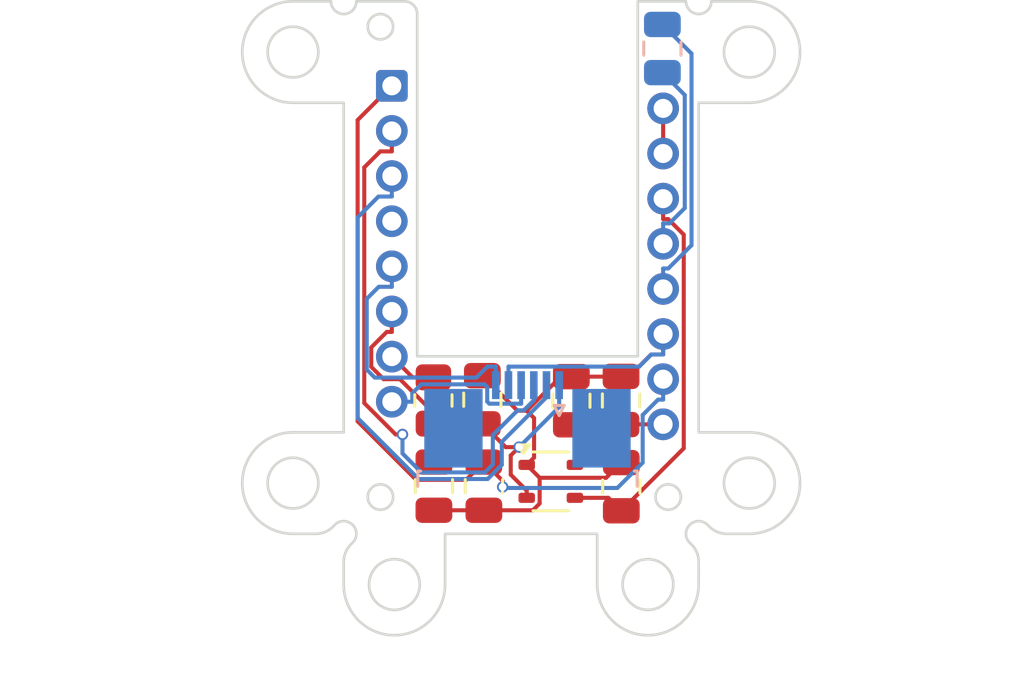
<source format=kicad_pcb>
(kicad_pcb (version 20240108) (generator "pcbnew") (generator_version "8.0")
  (layers (0 "F.Cu" signal) (31 "B.Cu" signal) (34 "B.Paste" user) (35 "F.Paste" user) (36 "B.SilkS" user "B.Silkscreen") (37 "F.SilkS" user "F.Silkscreen") (38 "B.Mask" user) (39 "F.Mask" user) (44 "Edge.Cuts" user))
  (net 0 "")
  (net 1 "VCC_3.3V")
  (net 2 "GND")
  (net 3 "VCC_1.8V")
  (net 4 "Net-(U1-VCP)")
  (net 5 "Net-(U1-CN)")
  (net 6 "Net-(U1-CP)")
  (net 7 "Net-(U1-+VCSEL)")
  (net 8 "Net-(U1-NRESET)")
  (net 9 "NCS")
  (net 10 "SDIO")
  (net 11 "SCK")
  (net 12 "Net-(U1--VCSEL)")
  (net 13 "MOTION")
  (footprint "Capacitor_SMD:C_0805_2012Metric" (layer "F.Cu") (at 42.47 37.94 90)
    (property "Reference" "C8" (hide yes))
    (property "Value" "0.1uF")
  )
  (footprint "Capacitor_SMD:C_0805_2012Metric" (layer "F.Cu") (at 42.53 41.35 -90)
    (property "Reference" "C6" (hide yes))
    (property "Value" "10nF")
  )
  (footprint "0_pmw3610-breakout:PMW3610DM-SUDU 16Pin" (layer "F.Cu") (at 44.25 31.728 90)
    (property "Reference" "U1" (hide yes))
    (property "Value" "PMW3610")
  )
  (footprint "Package_TO_SOT_SMD:SOT-343_SC-70-4" (layer "F.Cu") (at 45.17 41.16)
    (property "Reference" "U2" (hide yes))
    (property "Value" "NCP563SQ18T1G")
  )
  (footprint "Capacitor_SMD:C_0805_2012Metric" (layer "F.Cu") (at 47.94 37.97 90)
    (property "Reference" "C4" (hide yes))
    (property "Value" "10nF")
  )
  (footprint "Capacitor_SMD:C_0805_2012Metric" (layer "F.Cu") (at 40.56 41.35 -90)
    (property "Reference" "C1" (hide yes))
    (property "Value" "1uF")
  )
  (footprint "Capacitor_SMD:C_0805_2012Metric" (layer "F.Cu") (at 47.95 41.37 90)
    (property "Reference" "C2" (hide yes))
    (property "Value" "0.1uF")
  )
  (footprint "Capacitor_SMD:C_0805_2012Metric" (layer "F.Cu") (at 45.98 37.98 90)
    (property "Reference" "C3" (hide yes))
    (property "Value" "10uF")
  )
  (footprint "Resistor_SMD:R_0805_2012Metric" (layer "F.Cu") (at 40.54 37.97 -90)
    (property "Reference" "R1" (hide yes))
    (property "Value" "10kΩ")
  )
  (footprint "Capacitor_SMD:C_0805_2012Metric" (layer "B.Cu") (at 49.57 24.09 -90)
    (property "Reference" "C5" (hide yes))
    (property "Value" "0.1uF")
  )
  (footprint "Connector_FFC-FPC:TE_0-1734839-6_1x06-1MP_P0.5mm_Horizontal" (layer "B.Cu") (at 44.25 38.715 180)
    (property "Reference" "J1" (hide yes))
    (property "Value" "Conn_01x06_Pin")
  )
  (gr_poly (pts (xy 39.052443 44.229845) (xy 39.103228 44.233707) (xy 39.153275 44.240067) (xy 39.20252 44.248861) (xy 39.250901 44.260028) (xy 39.298355 44.273503) (xy 39.34482 44.289225) (xy 39.390231 44.307131) (xy 39.434528 44.327157) (xy 39.477646 44.349241) (xy 39.519523 44.373321) (xy 39.560097 44.399332) (xy 39.599303 44.427213) (xy 39.63708 44.4569) (xy 39.673365 44.488331) (xy 39.708094 44.521442) (xy 39.741205 44.556172) (xy 39.772636 44.592457) (xy 39.802323 44.630234) (xy 39.830203 44.669441) (xy 39.856214 44.710014) (xy 39.880293 44.751891) (xy 39.902376 44.79501) (xy 39.922402 44.839306) (xy 39.940307 44.884717) (xy 39.956029 44.931181) (xy 39.969504 44.978635) (xy 39.98067 45.027015) (xy 39.989464 45.07626) (xy 39.995824 45.126305) (xy 39.999685 45.177089) (xy 40.000987 45.228548) (xy 39.999685 45.280009) (xy 39.995824 45.330793) (xy 39.989464 45.38084) (xy 39.98067 45.430085) (xy 39.969504 45.478466) (xy 39.956029 45.52592) (xy 39.940307 45.572385) (xy 39.922402 45.617797) (xy 39.902376 45.662093) (xy 39.880293 45.705212) (xy 39.856214 45.747089) (xy 39.830203 45.787662) (xy 39.802323 45.826868) (xy 39.772636 45.864645) (xy 39.741205 45.90093) (xy 39.708094 45.935659) (xy 39.673365 45.968771) (xy 39.63708 46.000201) (xy 39.599303 46.029888) (xy 39.560097 46.057768) (xy 39.519523 46.083779) (xy 39.477646 46.107858) (xy 39.434528 46.129942) (xy 39.390231 46.149967) (xy 39.34482 46.167872) (xy 39.298355 46.183594) (xy 39.250901 46.197069) (xy 39.20252 46.208236) (xy 39.153275 46.21703) (xy 39.103228 46.223389) (xy 39.052443 46.227251) (xy 39.000983 46.228552) (xy 38.949523 46.227251) (xy 38.898739 46.223389) (xy 38.848693 46.21703) (xy 38.799448 46.208236) (xy 38.751067 46.197069) (xy 38.703613 46.183594) (xy 38.657149 46.167872) (xy 38.611738 46.149967) (xy 38.567441 46.129942) (xy 38.524323 46.107858) (xy 38.482446 46.083779) (xy 38.441873 46.057768) (xy 38.402666 46.029888) (xy 38.364889 46.000201) (xy 38.328604 45.968771) (xy 38.293875 45.935659) (xy 38.260763 45.90093) (xy 38.229332 45.864645) (xy 38.199645 45.826868) (xy 38.171765 45.787662) (xy 38.145754 45.747089) (xy 38.121675 45.705212) (xy 38.099591 45.662093) (xy 38.079565 45.617797) (xy 38.06166 45.572385) (xy 38.045938 45.52592) (xy 38.032462 45.478466) (xy 38.021296 45.430085) (xy 38.012502 45.38084) (xy 38.006142 45.330793) (xy 38.002281 45.280009) (xy 38.000979 45.228548) (xy 38.002281 45.177089) (xy 38.006142 45.126305) (xy 38.012502 45.07626) (xy 38.021296 45.027015) (xy 38.032462 44.978635) (xy 38.045938 44.931181) (xy 38.06166 44.884717) (xy 38.079565 44.839306) (xy 38.099591 44.79501) (xy 38.121675 44.751891) (xy 38.145754 44.710014) (xy 38.171765 44.669441) (xy 38.199645 44.630234) (xy 38.229332 44.592457) (xy 38.260763 44.556172) (xy 38.293875 44.521442) (xy 38.328604 44.488331) (xy 38.364889 44.4569) (xy 38.402666 44.427213) (xy 38.441873 44.399332) (xy 38.482446 44.373321) (xy 38.524323 44.349241) (xy 38.567441 44.327157) (xy 38.611738 44.307131) (xy 38.657149 44.289225) (xy 38.703613 44.273503) (xy 38.751067 44.260028) (xy 38.799448 44.248861) (xy 38.848693 44.240067) (xy 38.898739 44.233707) (xy 38.949523 44.229845) (xy 39.000983 44.228544)) (stroke (width 0.105641) (color 0 0 255 1)) (fill none) (layer "Edge.Cuts"))
  (gr_poly (pts (xy 53.051161 40.229872) (xy 53.101945 40.233734) (xy 53.151992 40.240093) (xy 53.201237 40.248888) (xy 53.249618 40.260054) (xy 53.297072 40.273529) (xy 53.343537 40.289251) (xy 53.388949 40.307157) (xy 53.433245 40.327183) (xy 53.476363 40.349267) (xy 53.518241 40.373345) (xy 53.558814 40.399357) (xy 53.59802 40.427237) (xy 53.635797 40.456924) (xy 53.672082 40.488355) (xy 53.706811 40.521466) (xy 53.739923 40.556196) (xy 53.771353 40.592481) (xy 53.80104 40.630258) (xy 53.82892 40.669464) (xy 53.854931 40.710038) (xy 53.87901 40.751915) (xy 53.901094 40.795033) (xy 53.921119 40.839329) (xy 53.939024 40.884741) (xy 53.954746 40.931205) (xy 53.968221 40.978659) (xy 53.979388 41.02704) (xy 53.988182 41.076285) (xy 53.994541 41.126331) (xy 53.998403 41.177115) (xy 53.999704 41.228575) (xy 53.998403 41.280035) (xy 53.994541 41.330819) (xy 53.988182 41.380865) (xy 53.979388 41.43011) (xy 53.968221 41.47849) (xy 53.954746 41.525944) (xy 53.939024 41.572409) (xy 53.921119 41.61782) (xy 53.901094 41.662117) (xy 53.87901 41.705235) (xy 53.854931 41.747112) (xy 53.82892 41.787685) (xy 53.80104 41.826892) (xy 53.771353 41.864669) (xy 53.739923 41.900954) (xy 53.706811 41.935683) (xy 53.672082 41.968795) (xy 53.635797 42.000226) (xy 53.59802 42.029912) (xy 53.558814 42.057793) (xy 53.518241 42.083804) (xy 53.476363 42.107883) (xy 53.433245 42.129967) (xy 53.388949 42.149993) (xy 53.343537 42.167898) (xy 53.297072 42.18362) (xy 53.249618 42.197096) (xy 53.201237 42.208262) (xy 53.151992 42.217056) (xy 53.101945 42.223416) (xy 53.051161 42.227277) (xy 52.9997 42.228579) (xy 52.94824 42.227277) (xy 52.897455 42.223416) (xy 52.847408 42.217056) (xy 52.798163 42.208262) (xy 52.749782 42.197096) (xy 52.702328 42.18362) (xy 52.655863 42.167898) (xy 52.610451 42.149993) (xy 52.566155 42.129967) (xy 52.523037 42.107883) (xy 52.481159 42.083804) (xy 52.440586 42.057793) (xy 52.40138 42.029912) (xy 52.363603 42.000226) (xy 52.327318 41.968795) (xy 52.292589 41.935683) (xy 52.259477 41.900954) (xy 52.228047 41.864669) (xy 52.19836 41.826892) (xy 52.17048 41.787685) (xy 52.144469 41.747112) (xy 52.12039 41.705235) (xy 52.098307 41.662117) (xy 52.078281 41.61782) (xy 52.060376 41.572409) (xy 52.044654 41.525944) (xy 52.031179 41.47849) (xy 52.020013 41.43011) (xy 52.011218 41.380865) (xy 52.004859 41.330819) (xy 52.000997 41.280035) (xy 51.999696 41.228575) (xy 52.000997 41.177115) (xy 52.004859 41.126331) (xy 52.011218 41.076285) (xy 52.020013 41.02704) (xy 52.031179 40.978659) (xy 52.044654 40.931205) (xy 52.060376 40.884741) (xy 52.078281 40.839329) (xy 52.098307 40.795033) (xy 52.12039 40.751915) (xy 52.144469 40.710038) (xy 52.17048 40.669464) (xy 52.19836 40.630258) (xy 52.228047 40.592481) (xy 52.259477 40.556196) (xy 52.292589 40.521466) (xy 52.327318 40.488355) (xy 52.363603 40.456924) (xy 52.40138 40.427237) (xy 52.440586 40.399357) (xy 52.481159 40.373345) (xy 52.523037 40.349267) (xy 52.566155 40.327183) (xy 52.610451 40.307157) (xy 52.655863 40.289251) (xy 52.702328 40.273529) (xy 52.749782 40.260054) (xy 52.798163 40.248888) (xy 52.847408 40.240093) (xy 52.897455 40.233734) (xy 52.94824 40.229872) (xy 52.9997 40.228571)) (stroke (width 0.105641) (color 0 0 255 1)) (fill none) (layer "Edge.Cuts"))
  (gr_poly (pts (xy 49.052576 44.229845) (xy 49.103361 44.233707) (xy 49.153407 44.240067) (xy 49.202652 44.248861) (xy 49.251034 44.260028) (xy 49.298488 44.273503) (xy 49.344952 44.289225) (xy 49.390364 44.307131) (xy 49.434661 44.327157) (xy 49.477779 44.349241) (xy 49.519656 44.373321) (xy 49.560229 44.399332) (xy 49.599436 44.427213) (xy 49.637213 44.4569) (xy 49.673497 44.488331) (xy 49.708227 44.521442) (xy 49.741338 44.556172) (xy 49.772768 44.592457) (xy 49.802455 44.630234) (xy 49.830336 44.669441) (xy 49.856346 44.710014) (xy 49.880425 44.751891) (xy 49.902509 44.79501) (xy 49.922535 44.839306) (xy 49.94044 44.884717) (xy 49.956161 44.931181) (xy 49.969637 44.978635) (xy 49.980803 45.027015) (xy 49.989597 45.07626) (xy 49.995956 45.126305) (xy 49.999818 45.177089) (xy 50.001119 45.228548) (xy 49.999818 45.280009) (xy 49.995956 45.330793) (xy 49.989597 45.38084) (xy 49.980803 45.430085) (xy 49.969637 45.478466) (xy 49.956161 45.52592) (xy 49.94044 45.572385) (xy 49.922535 45.617797) (xy 49.902509 45.662093) (xy 49.880425 45.705212) (xy 49.856346 45.747089) (xy 49.830336 45.787662) (xy 49.802455 45.826868) (xy 49.772768 45.864645) (xy 49.741338 45.90093) (xy 49.708227 45.935659) (xy 49.673497 45.968771) (xy 49.637213 46.000201) (xy 49.599436 46.029888) (xy 49.560229 46.057768) (xy 49.519656 46.083779) (xy 49.477779 46.107858) (xy 49.434661 46.129942) (xy 49.390364 46.149967) (xy 49.344952 46.167872) (xy 49.298488 46.183594) (xy 49.251034 46.197069) (xy 49.202652 46.208236) (xy 49.153407 46.21703) (xy 49.103361 46.223389) (xy 49.052576 46.227251) (xy 49.001115 46.228552) (xy 48.949655 46.227251) (xy 48.898871 46.223389) (xy 48.848825 46.21703) (xy 48.79958 46.208236) (xy 48.7512 46.197069) (xy 48.703746 46.183594) (xy 48.657282 46.167872) (xy 48.61187 46.149967) (xy 48.567573 46.129942) (xy 48.524455 46.107858) (xy 48.482578 46.083779) (xy 48.442005 46.057768) (xy 48.402798 46.029888) (xy 48.365021 46.000201) (xy 48.328736 45.968771) (xy 48.294007 45.935659) (xy 48.260895 45.90093) (xy 48.229465 45.864645) (xy 48.199778 45.826868) (xy 48.171897 45.787662) (xy 48.145886 45.747089) (xy 48.121807 45.705212) (xy 48.099723 45.662093) (xy 48.079697 45.617797) (xy 48.061792 45.572385) (xy 48.04607 45.52592) (xy 48.032594 45.478466) (xy 48.021428 45.430085) (xy 48.012634 45.38084) (xy 48.006274 45.330793) (xy 48.002413 45.280009) (xy 48.001112 45.228548) (xy 48.002413 45.177089) (xy 48.006274 45.126305) (xy 48.012634 45.07626) (xy 48.021428 45.027015) (xy 48.032594 44.978635) (xy 48.04607 44.931181) (xy 48.061792 44.884717) (xy 48.079697 44.839306) (xy 48.099723 44.79501) (xy 48.121807 44.751891) (xy 48.145886 44.710014) (xy 48.171897 44.669441) (xy 48.199778 44.630234) (xy 48.229465 44.592457) (xy 48.260895 44.556172) (xy 48.294007 44.521442) (xy 48.328736 44.488331) (xy 48.365021 44.4569) (xy 48.402798 44.427213) (xy 48.442005 44.399332) (xy 48.482578 44.373321) (xy 48.524455 44.349241) (xy 48.567573 44.327157) (xy 48.61187 44.307131) (xy 48.657282 44.289225) (xy 48.703746 44.273503) (xy 48.7512 44.260028) (xy 48.79958 44.248861) (xy 48.848825 44.240067) (xy 48.898871 44.233707) (xy 48.949655 44.229845) (xy 49.001115 44.228544)) (stroke (width 0.105641) (color 0 0 255 1)) (fill none) (layer "Edge.Cuts"))
  (gr_poly (pts (xy 49.826037 41.279137) (xy 49.851429 41.281068) (xy 49.876451 41.284247) (xy 49.901074 41.288645) (xy 49.925264 41.294228) (xy 49.94899 41.300965) (xy 49.972222 41.308826) (xy 49.994928 41.317779) (xy 50.017076 41.327792) (xy 50.038635 41.338834) (xy 50.059574 41.350874) (xy 50.07986 41.363879) (xy 50.099464 41.377819) (xy 50.118352 41.392663) (xy 50.136495 41.408378) (xy 50.15386 41.424934) (xy 50.170416 41.442299) (xy 50.186131 41.460441) (xy 50.200975 41.47933) (xy 50.214915 41.498933) (xy 50.227921 41.51922) (xy 50.239961 41.540158) (xy 50.251003 41.561717) (xy 50.261016 41.583865) (xy 50.269969 41.606571) (xy 50.27783 41.629803) (xy 50.284568 41.65353) (xy 50.290151 41.677721) (xy 50.294548 41.702343) (xy 50.297728 41.727366) (xy 50.299659 41.752758) (xy 50.30031 41.778488) (xy 50.299659 41.804218) (xy 50.297728 41.82961) (xy 50.294548 41.854633) (xy 50.290151 41.879256) (xy 50.284568 41.903446) (xy 50.27783 41.927173) (xy 50.269969 41.950405) (xy 50.261016 41.973111) (xy 50.251003 41.995259) (xy 50.239961 42.016818) (xy 50.227921 42.037757) (xy 50.214915 42.058043) (xy 50.200975 42.077647) (xy 50.186131 42.096535) (xy 50.170416 42.114678) (xy 50.15386 42.132042) (xy 50.136495 42.148598) (xy 50.118352 42.164314) (xy 50.099464 42.179157) (xy 50.07986 42.193097) (xy 50.059574 42.206103) (xy 50.038635 42.218142) (xy 50.017076 42.229184) (xy 49.994928 42.239197) (xy 49.972222 42.24815) (xy 49.94899 42.256011) (xy 49.925264 42.262749) (xy 49.901074 42.268332) (xy 49.876451 42.272729) (xy 49.851429 42.275909) (xy 49.826037 42.27784) (xy 49.800308 42.27849) (xy 49.774577 42.27784) (xy 49.749185 42.275909) (xy 49.724162 42.272729) (xy 49.699539 42.268332) (xy 49.675349 42.262749) (xy 49.651622 42.256011) (xy 49.628389 42.24815) (xy 49.605683 42.239197) (xy 49.583535 42.229184) (xy 49.561976 42.218142) (xy 49.541037 42.206103) (xy 49.520751 42.193097) (xy 49.501148 42.179157) (xy 49.482259 42.164314) (xy 49.464117 42.148598) (xy 49.446752 42.132042) (xy 49.430196 42.114678) (xy 49.414481 42.096535) (xy 49.399638 42.077647) (xy 49.385698 42.058043) (xy 49.372692 42.037757) (xy 49.360653 42.016818) (xy 49.349611 41.995259) (xy 49.339598 41.973111) (xy 49.330646 41.950405) (xy 49.322785 41.927173) (xy 49.316047 41.903446) (xy 49.310464 41.879256) (xy 49.306067 41.854633) (xy 49.302887 41.82961) (xy 49.300956 41.804218) (xy 49.300306 41.778488) (xy 49.300956 41.752758) (xy 49.302887 41.727366) (xy 49.306067 41.702343) (xy 49.310464 41.677721) (xy 49.316047 41.65353) (xy 49.322785 41.629803) (xy 49.330646 41.606571) (xy 49.339598 41.583865) (xy 49.349611 41.561717) (xy 49.360653 41.540158) (xy 49.372692 41.51922) (xy 49.385698 41.498933) (xy 49.399638 41.47933) (xy 49.414481 41.460441) (xy 49.430196 41.442299) (xy 49.446752 41.424934) (xy 49.464117 41.408378) (xy 49.482259 41.392663) (xy 49.501148 41.377819) (xy 49.520751 41.363879) (xy 49.541037 41.350874) (xy 49.561976 41.338834) (xy 49.583535 41.327792) (xy 49.605683 41.317779) (xy 49.628389 41.308826) (xy 49.651622 41.300965) (xy 49.675349 41.294228) (xy 49.699539 41.288645) (xy 49.724162 41.284247) (xy 49.749185 41.281068) (xy 49.774577 41.279137) (xy 49.800308 41.278486)) (stroke (width 0.105897) (color 0 0 255 1)) (fill none) (layer "Edge.Cuts"))
  (gr_poly (pts (xy 36.500938 22.253891) (xy 36.502868 22.279264) (xy 36.506047 22.304272) (xy 36.510443 22.328882) (xy 36.516025 22.353064) (xy 36.522761 22.376785) (xy 36.530619 22.400015) (xy 36.53957 22.422721) (xy 36.54958 22.444872) (xy 36.560619 22.466436) (xy 36.572656 22.487382) (xy 36.585658 22.507677) (xy 36.599595 22.527291) (xy 36.614435 22.546192) (xy 36.630147 22.564347) (xy 36.6467 22.581726) (xy 36.664061 22.598297) (xy 36.6822 22.614028) (xy 36.701085 22.628887) (xy 36.720685 22.642844) (xy 36.740968 22.655865) (xy 36.761903 22.667921) (xy 36.783459 22.678978) (xy 36.805604 22.689006) (xy 36.828307 22.697972) (xy 36.851536 22.705845) (xy 36.87526 22.712594) (xy 36.899448 22.718187) (xy 36.924069 22.722592) (xy 36.94909 22.725778) (xy 36.97448 22.727712) (xy 37.000209 22.728364) (xy 37.025937 22.727712) (xy 37.051328 22.725778) (xy 37.076349 22.722592) (xy 37.100969 22.718187) (xy 37.125157 22.712594) (xy 37.148882 22.705845) (xy 37.172111 22.697972) (xy 37.194814 22.689006) (xy 37.216959 22.678978) (xy 37.238515 22.667921) (xy 37.25945 22.655865) (xy 37.279733 22.642844) (xy 37.299333 22.628887) (xy 37.318218 22.614028) (xy 37.336357 22.598297) (xy 37.353718 22.581726) (xy 37.37027 22.564347) (xy 37.385982 22.546192) (xy 37.400822 22.527291) (xy 37.414759 22.507677) (xy 37.427762 22.487382) (xy 37.439798 22.466436) (xy 37.450837 22.444872) (xy 37.460848 22.422721) (xy 37.469798 22.400015) (xy 37.477657 22.376785) (xy 37.484393 22.353064) (xy 37.489974 22.328882) (xy 37.49437 22.304272) (xy 37.497549 22.279264) (xy 37.499479 22.253891) (xy 37.50013 22.228185) (xy 39.400078 22.228185) (xy 39.425807 22.228835) (xy 39.451197 22.230766) (xy 39.476219 22.233946) (xy 39.500839 22.238343) (xy 39.525027 22.243926) (xy 39.548751 22.250663) (xy 39.57198 22.258524) (xy 39.594683 22.267477) (xy 39.616828 22.277491) (xy 39.638384 22.288534) (xy 39.659319 22.300575) (xy 39.679603 22.313582) (xy 39.699202 22.327524) (xy 39.718087 22.34237) (xy 39.736226 22.358088) (xy 39.753588 22.374647) (xy 39.77014 22.392016) (xy 39.785852 22.410163) (xy 39.800692 22.429057) (xy 39.814629 22.448666) (xy 39.827631 22.468959) (xy 39.839668 22.489905) (xy 39.850707 22.511473) (xy 39.860718 22.53363) (xy 39.869668 22.556346) (xy 39.877527 22.57959) (xy 39.884263 22.603329) (xy 39.889844 22.627532) (xy 39.89424 22.652169) (xy 39.897419 22.677208) (xy 39.899349 22.702616) (xy 39.9 22.728364) (xy 39.9 36.228) (xy 48.60034 36.228) (xy 48.60034 22.228185) (xy 50.500272 22.228185) (xy 50.500923 22.253891) (xy 50.502853 22.279264) (xy 50.506032 22.304272) (xy 50.510428 22.328882) (xy 50.516009 22.353064) (xy 50.522745 22.376785) (xy 50.530604 22.400015) (xy 50.539554 22.422721) (xy 50.549565 22.444872) (xy 50.560604 22.466436) (xy 50.57264 22.487382) (xy 50.585643 22.507677) (xy 50.59958 22.527291) (xy 50.61442 22.546192) (xy 50.630132 22.564347) (xy 50.646684 22.581726) (xy 50.664045 22.598297) (xy 50.682184 22.614028) (xy 50.701069 22.628887) (xy 50.720669 22.642844) (xy 50.740952 22.655865) (xy 50.761888 22.667921) (xy 50.783444 22.678978) (xy 50.805589 22.689006) (xy 50.828292 22.697972) (xy 50.851521 22.705845) (xy 50.875245 22.712594) (xy 50.899433 22.718187) (xy 50.924054 22.722592) (xy 50.949075 22.725778) (xy 50.974465 22.727712) (xy 51.000194 22.728364) (xy 51.025923 22.727712) (xy 51.051313 22.725778) (xy 51.076334 22.722592) (xy 51.100954 22.718187) (xy 51.125142 22.712594) (xy 51.148866 22.705845) (xy 51.172096 22.697972) (xy 51.194798 22.689006) (xy 51.216943 22.678978) (xy 51.238499 22.667921) (xy 51.259434 22.655865) (xy 51.279717 22.642844) (xy 51.299317 22.628887) (xy 51.318202 22.614028) (xy 51.336341 22.598297) (xy 51.353702 22.581726) (xy 51.370255 22.564347) (xy 51.385966 22.546192) (xy 51.400807 22.527291) (xy 51.414744 22.507677) (xy 51.427746 22.487382) (xy 51.439783 22.466436) (xy 51.450822 22.444872) (xy 51.460832 22.422721) (xy 51.469782 22.400015) (xy 51.477641 22.376785) (xy 51.484377 22.353064) (xy 51.489959 22.328882) (xy 51.494354 22.304272) (xy 51.497533 22.279264) (xy 51.499464 22.253891) (xy 51.500114 22.228185) (xy 53.000394 22.228185) (xy 53.103307 22.230787) (xy 53.204869 22.23851) (xy 53.304952 22.251228) (xy 53.403433 22.268815) (xy 53.500185 22.291147) (xy 53.595082 22.318097) (xy 53.688 22.34954) (xy 53.778812 22.385349) (xy 53.867394 22.425401) (xy 53.953618 22.469568) (xy 54.03736 22.517726) (xy 54.118494 22.569749) (xy 54.196895 22.625511) (xy 54.272437 22.684887) (xy 54.344994 22.747751) (xy 54.414441 22.813977) (xy 54.480652 22.883441) (xy 54.543502 22.956015) (xy 54.602864 23.031576) (xy 54.658614 23.109997) (xy 54.710626 23.191152) (xy 54.758774 23.274916) (xy 54.802932 23.361164) (xy 54.842975 23.449769) (xy 54.878778 23.540607) (xy 54.910215 23.633552) (xy 54.937159 23.728477) (xy 54.959487 23.825258) (xy 54.977071 23.923769) (xy 54.989787 24.023885) (xy 54.997508 24.125479) (xy 55.00011 24.228426) (xy 54.997508 24.331331) (xy 54.989787 24.432886) (xy 54.977071 24.532965) (xy 54.959487 24.631442) (xy 54.937159 24.728191) (xy 54.910215 24.823087) (xy 54.878778 24.916004) (xy 54.842975 25.006816) (xy 54.802932 25.095399) (xy 54.758774 25.181625) (xy 54.710626 25.26537) (xy 54.658614 25.346507) (xy 54.602864 25.424912) (xy 54.543502 25.500458) (xy 54.480652 25.57302) (xy 54.414441 25.642472) (xy 54.344994 25.708688) (xy 54.272437 25.771543) (xy 54.196895 25.830911) (xy 54.118494 25.886666) (xy 54.03736 25.938684) (xy 53.953618 25.986837) (xy 53.867394 26.031001) (xy 53.778812 26.071049) (xy 53.688 26.106857) (xy 53.595082 26.138298) (xy 53.500185 26.165246) (xy 53.403433 26.187577) (xy 53.304952 26.205164) (xy 53.204869 26.217882) (xy 53.103307 26.225604) (xy 53.000394 26.228207) (xy 51.000194 26.228207) (xy 51.000194 39.228115) (xy 53.000394 39.228115) (xy 53.103307 39.230717) (xy 53.204869 39.23844) (xy 53.304952 39.251158) (xy 53.403433 39.268746) (xy 53.500185 39.291077) (xy 53.595082 39.318027) (xy 53.688 39.34947) (xy 53.778812 39.38528) (xy 53.867394 39.425332) (xy 53.953618 39.469499) (xy 54.03736 39.517657) (xy 54.118494 39.56968) (xy 54.196895 39.625443) (xy 54.272437 39.684819) (xy 54.344994 39.747683) (xy 54.414441 39.81391) (xy 54.480652 39.883374) (xy 54.543502 39.955949) (xy 54.602864 40.03151) (xy 54.658614 40.109931) (xy 54.710626 40.191087) (xy 54.758774 40.274852) (xy 54.802932 40.3611) (xy 54.842975 40.449707) (xy 54.878778 40.540545) (xy 54.910215 40.633491) (xy 54.937159 40.728417) (xy 54.959487 40.8252) (xy 54.977071 40.923712) (xy 54.989787 41.023828) (xy 54.997508 41.125424) (xy 55.00011 41.228373) (xy 54.997508 41.331277) (xy 54.989787 41.43283) (xy 54.977071 41.532907) (xy 54.959487 41.631383) (xy 54.937159 41.728131) (xy 54.910215 41.823025) (xy 54.878778 41.915941) (xy 54.842975 42.006753) (xy 54.802932 42.095334) (xy 54.758774 42.181559) (xy 54.710626 42.265303) (xy 54.658614 42.346439) (xy 54.602864 42.424843) (xy 54.543502 42.500388) (xy 54.480652 42.572949) (xy 54.414441 42.6424) (xy 54.344994 42.708616) (xy 54.272437 42.77147) (xy 54.196895 42.830837) (xy 54.118494 42.886592) (xy 54.03736 42.938609) (xy 53.953618 42.986761) (xy 53.867394 43.030925) (xy 53.778812 43.070973) (xy 53.688 43.10678) (xy 53.595082 43.13822) (xy 53.500185 43.165169) (xy 53.403433 43.187499) (xy 53.304952 43.205086) (xy 53.204869 43.217804) (xy 53.103307 43.225526) (xy 53.000394 43.228128) (xy 52.117292 43.228128) (xy 52.064061 43.22671) (xy 52.011247 43.222484) (xy 51.958949 43.215497) (xy 51.907267 43.205793) (xy 51.8563 43.193419) (xy 51.806148 43.17842) (xy 51.756909 43.160841) (xy 51.708683 43.140728) (xy 51.66157 43.118126) (xy 51.615669 43.09308) (xy 51.571079 43.065637) (xy 51.5279 43.035841) (xy 51.486231 43.003738) (xy 51.446172 42.969373) (xy 51.407821 42.932792) (xy 51.371278 42.894041) (xy 51.353717 42.875346) (xy 51.335219 42.857583) (xy 51.315825 42.84079) (xy 51.295574 42.825005) (xy 51.274506 42.810266) (xy 51.252661 42.796609) (xy 51.230079 42.784074) (xy 51.206798 42.772698) (xy 51.18286 42.762519) (xy 51.158302 42.753574) (xy 51.133166 42.745902) (xy 51.107491 42.73954) (xy 51.081317 42.734526) (xy 51.054683 42.730897) (xy 51.027629 42.728692) (xy 51.000194 42.727949) (xy 50.974465 42.728601) (xy 50.949075 42.730536) (xy 50.924054 42.733721) (xy 50.899433 42.738127) (xy 50.875245 42.74372) (xy 50.851521 42.750469) (xy 50.828292 42.758343) (xy 50.805589 42.767309) (xy 50.783444 42.777337) (xy 50.761888 42.788395) (xy 50.740952 42.80045) (xy 50.720669 42.813472) (xy 50.701069 42.827429) (xy 50.682184 42.842288) (xy 50.664045 42.85802) (xy 50.646684 42.874591) (xy 50.630132 42.89197) (xy 50.61442 42.910126) (xy 50.59958 42.929026) (xy 50.585643 42.94864) (xy 50.57264 42.968936) (xy 50.560604 42.989882) (xy 50.549565 43.011446) (xy 50.539554 43.033596) (xy 50.530604 43.056302) (xy 50.522745 43.079531) (xy 50.516009 43.103253) (xy 50.510428 43.127434) (xy 50.506032 43.152044) (xy 50.502853 43.177051) (xy 50.500923 43.202423) (xy 50.500272 43.228128) (xy 50.501049 43.256221) (xy 50.503352 43.283914) (xy 50.50714 43.311167) (xy 50.512374 43.337938) (xy 50.519013 43.364187) (xy 50.527016 43.389871) (xy 50.536344 43.41495) (xy 50.546955 43.439382) (xy 50.55881 43.463126) (xy 50.571867 43.486141) (xy 50.586087 43.508385) (xy 50.60143 43.529817) (xy 50.617854 43.550397) (xy 50.635319 43.570081) (xy 50.653785 43.58883) (xy 50.673212 43.606602) (xy 50.711044 43.640927) (xy 50.746765 43.677076) (xy 50.780329 43.71495) (xy 50.811692 43.754447) (xy 50.840807 43.795469) (xy 50.86763 43.837915) (xy 50.892113 43.881685) (xy 50.914213 43.926679) (xy 50.933883 43.972797) (xy 50.951078 44.01994) (xy 50.965753 44.068006) (xy 50.977861 44.116897) (xy 50.987358 44.166513) (xy 50.994198 44.216752) (xy 50.998336 44.267516) (xy 50.999725 44.318705) (xy 51.000194 45.228371) (xy 50.997592 45.331276) (xy 50.98987 45.432831) (xy 50.977154 45.53291) (xy 50.959569 45.631386) (xy 50.93724 45.728136) (xy 50.910294 45.823032) (xy 50.878855 45.915949) (xy 50.843049 46.006761) (xy 50.803002 46.095343) (xy 50.758839 46.18157) (xy 50.710686 46.265314) (xy 50.658668 46.346452) (xy 50.602911 46.424857) (xy 50.543539 46.500403) (xy 50.48068 46.572964) (xy 50.414458 46.642416) (xy 50.344998 46.708633) (xy 50.272427 46.771488) (xy 50.19687 46.830856) (xy 50.118452 46.886611) (xy 50.037299 46.938628) (xy 49.953536 46.986782) (xy 49.867289 47.030945) (xy 49.778684 47.070994) (xy 49.687845 47.106801) (xy 49.594899 47.138242) (xy 49.499971 47.165191) (xy 49.403186 47.187522) (xy 49.30467 47.205109) (xy 49.204549 47.217826) (xy 49.102948 47.225549) (xy 48.999992 47.228151) (xy 48.89708 47.225549) (xy 48.79552 47.217826) (xy 48.695438 47.205109) (xy 48.596958 47.187522) (xy 48.500207 47.165191) (xy 48.40531 47.138242) (xy 48.312393 47.106801) (xy 48.221581 47.070994) (xy 48.133 47.030945) (xy 48.046776 46.986782) (xy 47.963034 46.938628) (xy 47.881899 46.886611) (xy 47.803498 46.830856) (xy 47.727956 46.771488) (xy 47.655399 46.708633) (xy 47.585952 46.642416) (xy 47.51974 46.572964) (xy 47.45689 46.500403) (xy 47.397527 46.424857) (xy 47.341777 46.346452) (xy 47.289764 46.265314) (xy 47.241616 46.18157) (xy 47.197457 46.095343) (xy 47.157413 46.006761) (xy 47.12161 45.915949) (xy 47.090173 45.823032) (xy 47.063228 45.728136) (xy 47.0409 45.631386) (xy 47.023316 45.53291) (xy 47.0106 45.432831) (xy 47.002878 45.331276) (xy 47.000276 45.228371) (xy 47.000276 43.228128) (xy 41.000126 43.228128) (xy 41.000126 45.228371) (xy 40.997525 45.331276) (xy 40.989803 45.432831) (xy 40.977087 45.53291) (xy 40.959503 45.631386) (xy 40.937176 45.728136) (xy 40.910231 45.823032) (xy 40.878794 45.915949) (xy 40.842991 46.006761) (xy 40.802948 46.095343) (xy 40.758789 46.18157) (xy 40.710642 46.265314) (xy 40.65863 46.346452) (xy 40.60288 46.424857) (xy 40.543517 46.500403) (xy 40.480668 46.572964) (xy 40.414457 46.642416) (xy 40.34501 46.708633) (xy 40.272453 46.771488) (xy 40.196911 46.830856) (xy 40.11851 46.886611) (xy 40.037375 46.938628) (xy 39.953633 46.986782) (xy 39.867409 47.030945) (xy 39.778828 47.070994) (xy 39.688015 47.106801) (xy 39.595098 47.138242) (xy 39.5002 47.165191) (xy 39.403448 47.187522) (xy 39.304968 47.205109) (xy 39.204884 47.217826) (xy 39.103323 47.225549) (xy 39.00041 47.228151) (xy 38.897454 47.225549) (xy 38.795853 47.217826) (xy 38.695732 47.205109) (xy 38.597216 47.187522) (xy 38.500431 47.165191) (xy 38.405503 47.138242) (xy 38.312557 47.106801) (xy 38.221718 47.070994) (xy 38.133113 47.030945) (xy 38.046866 46.986782) (xy 37.963104 46.938628) (xy 37.88195 46.886611) (xy 37.803533 46.830856) (xy 37.727975 46.771488) (xy 37.655404 46.708633) (xy 37.585945 46.642416) (xy 37.519723 46.572964) (xy 37.456863 46.500403) (xy 37.397492 46.424857) (xy 37.341735 46.346452) (xy 37.289717 46.265314) (xy 37.241564 46.18157) (xy 37.197401 46.095343) (xy 37.157354 46.006761) (xy 37.121548 45.915949) (xy 37.090109 45.823032) (xy 37.063162 45.728136) (xy 37.040834 45.631386) (xy 37.023249 45.53291) (xy 37.010532 45.432831) (xy 37.002811 45.331276) (xy 37.000209 45.228371) (xy 37.000209 44.344946) (xy 37.001626 44.2917) (xy 37.005848 44.238878) (xy 37.012828 44.186579) (xy 37.022522 44.134902) (xy 37.034884 44.083946) (xy 37.049869 44.033811) (xy 37.067431 43.984597) (xy 37.087526 43.936401) (xy 37.110107 43.889324) (xy 37.135129 43.843466) (xy 37.162548 43.798924) (xy 37.192316 43.755799) (xy 37.22439 43.71419) (xy 37.258724 43.674195) (xy 37.295273 43.635916) (xy 37.33399 43.599449) (xy 37.352699 43.581878) (xy 37.370473 43.563373) (xy 37.387275 43.543972) (xy 37.403068 43.523716) (xy 37.417813 43.502643) (xy 37.431473 43.480792) (xy 37.44401 43.458203) (xy 37.455387 43.434915) (xy 37.465567 43.410966) (xy 37.474511 43.386396) (xy 37.482182 43.361245) (xy 37.488543 43.33555) (xy 37.493556 43.309352) (xy 37.497183 43.28269) (xy 37.499387 43.255602) (xy 37.50013 43.228128) (xy 37.499479 43.202423) (xy 37.497549 43.177051) (xy 37.49437 43.152044) (xy 37.489974 43.127434) (xy 37.484393 43.103253) (xy 37.477657 43.079531) (xy 37.469798 43.056302) (xy 37.460848 43.033596) (xy 37.450837 43.011446) (xy 37.439798 42.989882) (xy 37.427762 42.968936) (xy 37.414759 42.94864) (xy 37.400822 42.929026) (xy 37.385982 42.910126) (xy 37.37027 42.89197) (xy 37.353718 42.874591) (xy 37.336357 42.85802) (xy 37.318218 42.842288) (xy 37.299333 42.827429) (xy 37.279733 42.813472) (xy 37.25945 42.80045) (xy 37.238515 42.788395) (xy 37.216959 42.777337) (xy 37.194814 42.767309) (xy 37.172111 42.758343) (xy 37.148882 42.750469) (xy 37.125157 42.74372) (xy 37.100969 42.738127) (xy 37.076349 42.733721) (xy 37.051328 42.730536) (xy 37.025937 42.728601) (xy 37.000209 42.727949) (xy 36.972062 42.728731) (xy 36.944329 42.731048) (xy 36.917052 42.734858) (xy 36.890268 42.740119) (xy 36.864018 42.74679) (xy 36.838342 42.754829) (xy 36.81328 42.764192) (xy 36.78887 42.77484) (xy 36.765154 42.786729) (xy 36.74217 42.799818) (xy 36.719958 42.814064) (xy 36.698558 42.829427) (xy 36.67801 42.845863) (xy 36.658353 42.863331) (xy 36.639628 42.881789) (xy 36.621873 42.901196) (xy 36.587502 42.939076) (xy 36.551313 42.974832) (xy 36.513407 43.008419) (xy 36.473881 43.039793) (xy 36.432838 43.06891) (xy 36.390377 43.095727) (xy 36.346598 43.120198) (xy 36.3016 43.142281) (xy 36.255485 43.16193) (xy 36.208351 43.179103) (xy 36.160299 43.193754) (xy 36.11143 43.205841) (xy 36.061842 43.215318) (xy 36.011637 43.222142) (xy 35.960913 43.226268) (xy 35.909772 43.227654) (xy 35.000008 43.228128) (xy 34.897096 43.225526) (xy 34.795537 43.217804) (xy 34.695454 43.205086) (xy 34.596974 43.187499) (xy 34.500223 43.165169) (xy 34.405326 43.13822) (xy 34.312409 43.10678) (xy 34.221597 43.070973) (xy 34.133016 43.030925) (xy 34.046792 42.986761) (xy 33.96305 42.938609) (xy 33.881915 42.886592) (xy 33.803514 42.830837) (xy 33.727972 42.77147) (xy 33.655415 42.708616) (xy 33.585967 42.6424) (xy 33.519756 42.572949) (xy 33.456906 42.500388) (xy 33.397543 42.424843) (xy 33.341792 42.346439) (xy 33.28978 42.265303) (xy 33.241632 42.181559) (xy 33.197473 42.095334) (xy 33.157429 42.006753) (xy 33.121626 41.915941) (xy 33.090189 41.823025) (xy 33.063244 41.728131) (xy 33.040916 41.631383) (xy 33.023331 41.532907) (xy 33.010615 41.43283) (xy 33.002894 41.331277) (xy 33.000292 41.228373) (xy 33.002894 41.125424) (xy 33.010615 41.023828) (xy 33.023331 40.923712) (xy 33.040916 40.8252) (xy 33.063244 40.728417) (xy 33.090189 40.633491) (xy 33.121626 40.540545) (xy 33.157429 40.449707) (xy 33.197473 40.3611) (xy 33.241632 40.274852) (xy 33.28978 40.191087) (xy 33.341792 40.109931) (xy 33.397543 40.03151) (xy 33.456906 39.955949) (xy 33.519756 39.883374) (xy 33.585967 39.81391) (xy 33.655415 39.747683) (xy 33.727972 39.684819) (xy 33.803514 39.625443) (xy 33.881915 39.56968) (xy 33.96305 39.517657) (xy 34.046792 39.469499) (xy 34.133016 39.425332) (xy 34.221597 39.38528) (xy 34.312409 39.34947) (xy 34.405326 39.318027) (xy 34.500223 39.291077) (xy 34.596974 39.268746) (xy 34.695454 39.251158) (xy 34.795537 39.23844) (xy 34.897096 39.230717) (xy 35.000008 39.228115) (xy 37.000209 39.228115) (xy 37.000209 26.228207) (xy 35.000008 26.228207) (xy 34.897096 26.225604) (xy 34.795537 26.217882) (xy 34.695454 26.205164) (xy 34.596974 26.187577) (xy 34.500223 26.165246) (xy 34.405326 26.138298) (xy 34.312409 26.106857) (xy 34.221597 26.071049) (xy 34.133016 26.031001) (xy 34.046792 25.986837) (xy 33.96305 25.938684) (xy 33.881915 25.886666) (xy 33.803514 25.830911) (xy 33.727972 25.771543) (xy 33.655415 25.708688) (xy 33.585967 25.642472) (xy 33.519756 25.57302) (xy 33.456906 25.500458) (xy 33.397543 25.424912) (xy 33.341792 25.346507) (xy 33.28978 25.26537) (xy 33.241632 25.181625) (xy 33.197473 25.095399) (xy 33.157429 25.006816) (xy 33.121626 24.916004) (xy 33.090189 24.823087) (xy 33.063244 24.728191) (xy 33.040916 24.631442) (xy 33.023331 24.532965) (xy 33.010615 24.432886) (xy 33.002894 24.331331) (xy 33.000292 24.228426) (xy 33.002894 24.125479) (xy 33.010615 24.023885) (xy 33.023331 23.923769) (xy 33.040916 23.825258) (xy 33.063244 23.728477) (xy 33.090189 23.633552) (xy 33.121626 23.540607) (xy 33.157429 23.449769) (xy 33.197473 23.361164) (xy 33.241632 23.274916) (xy 33.28978 23.191152) (xy 33.341792 23.109997) (xy 33.397543 23.031576) (xy 33.456906 22.956015) (xy 33.519756 22.883441) (xy 33.585967 22.813977) (xy 33.655415 22.747751) (xy 33.727972 22.684887) (xy 33.803514 22.625511) (xy 33.881915 22.569749) (xy 33.96305 22.517726) (xy 34.046792 22.469568) (xy 34.133016 22.425401) (xy 34.221597 22.385349) (xy 34.312409 22.34954) (xy 34.405326 22.318097) (xy 34.500223 22.291147) (xy 34.596974 22.268815) (xy 34.695454 22.251228) (xy 34.795537 22.23851) (xy 34.897096 22.230787) (xy 35.000008 22.228185) (xy 36.500288 22.228185)) (stroke (width 0.105786) (color 0 0 255 1)) (fill none) (layer "Edge.Cuts"))
  (gr_poly (pts (xy 53.051161 23.229603) (xy 53.101945 23.233464) (xy 53.151992 23.239824) (xy 53.201237 23.248618) (xy 53.249618 23.259784) (xy 53.297072 23.27326) (xy 53.343537 23.288982) (xy 53.388949 23.306887) (xy 53.433245 23.326913) (xy 53.476363 23.348997) (xy 53.518241 23.373076) (xy 53.558814 23.399087) (xy 53.59802 23.426967) (xy 53.635797 23.456654) (xy 53.672082 23.488085) (xy 53.706811 23.521197) (xy 53.739923 23.555926) (xy 53.771353 23.592211) (xy 53.80104 23.629988) (xy 53.82892 23.669195) (xy 53.854931 23.709768) (xy 53.87901 23.751645) (xy 53.901094 23.794763) (xy 53.921119 23.83906) (xy 53.939024 23.884471) (xy 53.954746 23.930935) (xy 53.968221 23.978389) (xy 53.979388 24.02677) (xy 53.988182 24.076015) (xy 53.994541 24.126061) (xy 53.998403 24.176845) (xy 53.999704 24.228305) (xy 53.998403 24.279765) (xy 53.994541 24.330549) (xy 53.988182 24.380595) (xy 53.979388 24.42984) (xy 53.968221 24.47822) (xy 53.954746 24.525674) (xy 53.939024 24.572138) (xy 53.921119 24.61755) (xy 53.901094 24.661846) (xy 53.87901 24.704965) (xy 53.854931 24.746842) (xy 53.82892 24.787415) (xy 53.80104 24.826622) (xy 53.771353 24.864399) (xy 53.739923 24.900683) (xy 53.706811 24.935413) (xy 53.672082 24.968525) (xy 53.635797 24.999955) (xy 53.59802 25.029642) (xy 53.558814 25.057523) (xy 53.518241 25.083534) (xy 53.476363 25.107613) (xy 53.433245 25.129697) (xy 53.388949 25.149723) (xy 53.343537 25.167628) (xy 53.297072 25.18335) (xy 53.249618 25.196825) (xy 53.201237 25.207992) (xy 53.151992 25.216786) (xy 53.101945 25.223145) (xy 53.051161 25.227007) (xy 52.9997 25.228308) (xy 52.94824 25.227007) (xy 52.897455 25.223145) (xy 52.847408 25.216786) (xy 52.798163 25.207992) (xy 52.749782 25.196825) (xy 52.702328 25.18335) (xy 52.655863 25.167628) (xy 52.610451 25.149723) (xy 52.566155 25.129697) (xy 52.523037 25.107613) (xy 52.481159 25.083534) (xy 52.440586 25.057523) (xy 52.40138 25.029642) (xy 52.363603 24.999955) (xy 52.327318 24.968525) (xy 52.292589 24.935413) (xy 52.259477 24.900683) (xy 52.228047 24.864399) (xy 52.19836 24.826622) (xy 52.17048 24.787415) (xy 52.144469 24.746842) (xy 52.12039 24.704965) (xy 52.098307 24.661846) (xy 52.078281 24.61755) (xy 52.060376 24.572138) (xy 52.044654 24.525674) (xy 52.031179 24.47822) (xy 52.020013 24.42984) (xy 52.011218 24.380595) (xy 52.004859 24.330549) (xy 52.000997 24.279765) (xy 51.999696 24.228305) (xy 52.000997 24.176845) (xy 52.004859 24.126061) (xy 52.011218 24.076015) (xy 52.020013 24.02677) (xy 52.031179 23.978389) (xy 52.044654 23.930935) (xy 52.060376 23.884471) (xy 52.078281 23.83906) (xy 52.098307 23.794763) (xy 52.12039 23.751645) (xy 52.144469 23.709768) (xy 52.17048 23.669195) (xy 52.19836 23.629988) (xy 52.228047 23.592211) (xy 52.259477 23.555926) (xy 52.292589 23.521197) (xy 52.327318 23.488085) (xy 52.363603 23.456654) (xy 52.40138 23.426967) (xy 52.440586 23.399087) (xy 52.481159 23.373076) (xy 52.523037 23.348997) (xy 52.566155 23.326913) (xy 52.610451 23.306887) (xy 52.655863 23.288982) (xy 52.702328 23.27326) (xy 52.749782 23.259784) (xy 52.798163 23.248618) (xy 52.847408 23.239824) (xy 52.897455 23.233464) (xy 52.94824 23.229603) (xy 52.9997 23.228301)) (stroke (width 0.105641) (color 0 0 255 1)) (fill none) (layer "Edge.Cuts"))
  (gr_poly (pts (xy 35.052954 40.229775) (xy 35.103739 40.233637) (xy 35.153786 40.239996) (xy 35.203031 40.24879) (xy 35.251412 40.259957) (xy 35.298866 40.273432) (xy 35.345331 40.289154) (xy 35.390742 40.307059) (xy 35.435039 40.327085) (xy 35.478157 40.349169) (xy 35.520034 40.373248) (xy 35.560607 40.399259) (xy 35.599814 40.42714) (xy 35.637591 40.456827) (xy 35.673876 40.488257) (xy 35.708605 40.521369) (xy 35.741716 40.556099) (xy 35.773147 40.592383) (xy 35.802833 40.63016) (xy 35.830714 40.669367) (xy 35.856725 40.70994) (xy 35.880803 40.751817) (xy 35.902887 40.794936) (xy 35.922913 40.839232) (xy 35.940818 40.884644) (xy 35.95654 40.931108) (xy 35.970015 40.978562) (xy 35.981181 41.026943) (xy 35.989975 41.076187) (xy 35.996334 41.126233) (xy 36.000196 41.177018) (xy 36.001497 41.228478) (xy 36.000196 41.279937) (xy 35.996334 41.330722) (xy 35.989975 41.380768) (xy 35.981181 41.430012) (xy 35.970015 41.478393) (xy 35.95654 41.525847) (xy 35.940818 41.572311) (xy 35.922913 41.617723) (xy 35.902887 41.662019) (xy 35.880803 41.705138) (xy 35.856725 41.747015) (xy 35.830714 41.787588) (xy 35.802833 41.826795) (xy 35.773147 41.864572) (xy 35.741716 41.900856) (xy 35.708605 41.935586) (xy 35.673876 41.968698) (xy 35.637591 42.000128) (xy 35.599814 42.029815) (xy 35.560607 42.057696) (xy 35.520034 42.083707) (xy 35.478157 42.107786) (xy 35.435039 42.12987) (xy 35.390742 42.149896) (xy 35.345331 42.167801) (xy 35.298866 42.183523) (xy 35.251412 42.196998) (xy 35.203031 42.208165) (xy 35.153786 42.216959) (xy 35.103739 42.223318) (xy 35.052954 42.22718) (xy 35.001494 42.228481) (xy 34.950033 42.22718) (xy 34.899248 42.223318) (xy 34.849202 42.216959) (xy 34.799957 42.208165) (xy 34.751576 42.196998) (xy 34.704121 42.183523) (xy 34.657657 42.167801) (xy 34.612245 42.149896) (xy 34.567949 42.12987) (xy 34.52483 42.107786) (xy 34.482953 42.083707) (xy 34.44238 42.057696) (xy 34.403173 42.029815) (xy 34.365397 42.000128) (xy 34.329112 41.968698) (xy 34.294383 41.935586) (xy 34.261271 41.900856) (xy 34.229841 41.864572) (xy 34.200154 41.826795) (xy 34.172274 41.787588) (xy 34.146263 41.747015) (xy 34.122184 41.705138) (xy 34.100101 41.662019) (xy 34.080075 41.617723) (xy 34.06217 41.572311) (xy 34.046448 41.525847) (xy 34.032973 41.478393) (xy 34.021807 41.430012) (xy 34.013012 41.380768) (xy 34.006653 41.330722) (xy 34.002791 41.279937) (xy 34.00149 41.228478) (xy 34.002791 41.177018) (xy 34.006653 41.126233) (xy 34.013012 41.076187) (xy 34.021807 41.026943) (xy 34.032973 40.978562) (xy 34.046448 40.931108) (xy 34.06217 40.884644) (xy 34.080075 40.839232) (xy 34.100101 40.794936) (xy 34.122184 40.751817) (xy 34.146263 40.70994) (xy 34.172274 40.669367) (xy 34.200154 40.63016) (xy 34.229841 40.592383) (xy 34.261271 40.556099) (xy 34.294383 40.521369) (xy 34.329112 40.488257) (xy 34.365397 40.456827) (xy 34.403173 40.42714) (xy 34.44238 40.399259) (xy 34.482953 40.373248) (xy 34.52483 40.349169) (xy 34.567949 40.327085) (xy 34.612245 40.307059) (xy 34.657657 40.289154) (xy 34.704121 40.273432) (xy 34.751576 40.259957) (xy 34.799957 40.24879) (xy 34.849202 40.239996) (xy 34.899248 40.233637) (xy 34.950033 40.229775) (xy 35.001494 40.228474)) (stroke (width 0.105641) (color 0 0 255 1)) (fill none) (layer "Edge.Cuts"))
  (gr_poly (pts (xy 38.476294 41.279137) (xy 38.501686 41.281068) (xy 38.526708 41.284247) (xy 38.551331 41.288645) (xy 38.575521 41.294228) (xy 38.599248 41.300965) (xy 38.62248 41.308826) (xy 38.645185 41.317779) (xy 38.667333 41.327792) (xy 38.688893 41.338834) (xy 38.709831 41.350874) (xy 38.730118 41.363879) (xy 38.749721 41.377819) (xy 38.76861 41.392663) (xy 38.786752 41.408378) (xy 38.804117 41.424934) (xy 38.820673 41.442299) (xy 38.836388 41.460441) (xy 38.851232 41.47933) (xy 38.865172 41.498933) (xy 38.878178 41.51922) (xy 38.890218 41.540158) (xy 38.90126 41.561717) (xy 38.911273 41.583865) (xy 38.920226 41.606571) (xy 38.928087 41.629803) (xy 38.934825 41.65353) (xy 38.940408 41.677721) (xy 38.944805 41.702343) (xy 38.947985 41.727366) (xy 38.949916 41.752758) (xy 38.950566 41.778488) (xy 38.949916 41.804218) (xy 38.947985 41.82961) (xy 38.944805 41.854633) (xy 38.940408 41.879256) (xy 38.934825 41.903446) (xy 38.928087 41.927173) (xy 38.920226 41.950405) (xy 38.911273 41.973111) (xy 38.90126 41.995259) (xy 38.890218 42.016818) (xy 38.878178 42.037757) (xy 38.865172 42.058043) (xy 38.851232 42.077647) (xy 38.836388 42.096535) (xy 38.820673 42.114678) (xy 38.804117 42.132042) (xy 38.786752 42.148598) (xy 38.76861 42.164314) (xy 38.749721 42.179157) (xy 38.730118 42.193097) (xy 38.709831 42.206103) (xy 38.688893 42.218142) (xy 38.667333 42.229184) (xy 38.645185 42.239197) (xy 38.62248 42.24815) (xy 38.599248 42.256011) (xy 38.575521 42.262749) (xy 38.551331 42.268332) (xy 38.526708 42.272729) (xy 38.501686 42.275909) (xy 38.476294 42.27784) (xy 38.450564 42.27849) (xy 38.424834 42.27784) (xy 38.399442 42.275909) (xy 38.374418 42.272729) (xy 38.349796 42.268332) (xy 38.325605 42.262749) (xy 38.301878 42.256011) (xy 38.278646 42.24815) (xy 38.25594 42.239197) (xy 38.233792 42.229184) (xy 38.212233 42.218142) (xy 38.191294 42.206103) (xy 38.171007 42.193097) (xy 38.151404 42.179157) (xy 38.132516 42.164314) (xy 38.114373 42.148598) (xy 38.097009 42.132042) (xy 38.080453 42.114678) (xy 38.064738 42.096535) (xy 38.049894 42.077647) (xy 38.035954 42.058043) (xy 38.022949 42.037757) (xy 38.01091 42.016818) (xy 37.999868 41.995259) (xy 37.989855 41.973111) (xy 37.980902 41.950405) (xy 37.973041 41.927173) (xy 37.966304 41.903446) (xy 37.960721 41.879256) (xy 37.956324 41.854633) (xy 37.953144 41.82961) (xy 37.951213 41.804218) (xy 37.950562 41.778488) (xy 37.951213 41.752758) (xy 37.953144 41.727366) (xy 37.956324 41.702343) (xy 37.960721 41.677721) (xy 37.966304 41.65353) (xy 37.973041 41.629803) (xy 37.980902 41.606571) (xy 37.989855 41.583865) (xy 37.999868 41.561717) (xy 38.01091 41.540158) (xy 38.022949 41.51922) (xy 38.035954 41.498933) (xy 38.049894 41.47933) (xy 38.064738 41.460441) (xy 38.080453 41.442299) (xy 38.097009 41.424934) (xy 38.114373 41.408378) (xy 38.132516 41.392663) (xy 38.151404 41.377819) (xy 38.171007 41.363879) (xy 38.191294 41.350874) (xy 38.212233 41.338834) (xy 38.233792 41.327792) (xy 38.25594 41.317779) (xy 38.278646 41.308826) (xy 38.301878 41.300965) (xy 38.325605 41.294228) (xy 38.349796 41.288645) (xy 38.374418 41.284247) (xy 38.399442 41.281068) (xy 38.424834 41.279137) (xy 38.450564 41.278486)) (stroke (width 0.105897) (color 0 0 255 1)) (fill none) (layer "Edge.Cuts"))
  (gr_poly (pts (xy 35.052954 23.229788) (xy 35.103739 23.23365) (xy 35.153786 23.240009) (xy 35.203031 23.248804) (xy 35.251412 23.25997) (xy 35.298866 23.273445) (xy 35.345331 23.289167) (xy 35.390742 23.307073) (xy 35.435039 23.327099) (xy 35.478157 23.349183) (xy 35.520034 23.373262) (xy 35.560607 23.399273) (xy 35.599814 23.427153) (xy 35.637591 23.45684) (xy 35.673876 23.488271) (xy 35.708605 23.521382) (xy 35.741716 23.556112) (xy 35.773147 23.592397) (xy 35.802833 23.630174) (xy 35.830714 23.66938) (xy 35.856725 23.709954) (xy 35.880803 23.751831) (xy 35.902887 23.794949) (xy 35.922913 23.839245) (xy 35.940818 23.884657) (xy 35.95654 23.931121) (xy 35.970015 23.978575) (xy 35.981181 24.026956) (xy 35.989975 24.0762) (xy 35.996334 24.126246) (xy 36.000196 24.177031) (xy 36.001497 24.22849) (xy 36.000196 24.27995) (xy 35.996334 24.330734) (xy 35.989975 24.38078) (xy 35.981181 24.430025) (xy 35.970015 24.478406) (xy 35.95654 24.52586) (xy 35.940818 24.572324) (xy 35.922913 24.617736) (xy 35.902887 24.662032) (xy 35.880803 24.70515) (xy 35.856725 24.747027) (xy 35.830714 24.787601) (xy 35.802833 24.826807) (xy 35.773147 24.864584) (xy 35.741716 24.900869) (xy 35.708605 24.935599) (xy 35.673876 24.96871) (xy 35.637591 25.000141) (xy 35.599814 25.029828) (xy 35.560607 25.057708) (xy 35.520034 25.083719) (xy 35.478157 25.107798) (xy 35.435039 25.129882) (xy 35.390742 25.149908) (xy 35.345331 25.167814) (xy 35.298866 25.183536) (xy 35.251412 25.197011) (xy 35.203031 25.208177) (xy 35.153786 25.216972) (xy 35.103739 25.223331) (xy 35.052954 25.227193) (xy 35.001494 25.228494) (xy 34.950033 25.227193) (xy 34.899248 25.223331) (xy 34.849202 25.216972) (xy 34.799957 25.208177) (xy 34.751576 25.197011) (xy 34.704121 25.183536) (xy 34.657657 25.167814) (xy 34.612245 25.149908) (xy 34.567949 25.129882) (xy 34.52483 25.107798) (xy 34.482953 25.083719) (xy 34.44238 25.057708) (xy 34.403173 25.029828) (xy 34.365397 25.000141) (xy 34.329112 24.96871) (xy 34.294383 24.935599) (xy 34.261271 24.900869) (xy 34.229841 24.864584) (xy 34.200154 24.826807) (xy 34.172274 24.787601) (xy 34.146263 24.747027) (xy 34.122184 24.70515) (xy 34.100101 24.662032) (xy 34.080075 24.617736) (xy 34.06217 24.572324) (xy 34.046448 24.52586) (xy 34.032973 24.478406) (xy 34.021807 24.430025) (xy 34.013012 24.38078) (xy 34.006653 24.330734) (xy 34.002791 24.27995) (xy 34.00149 24.22849) (xy 34.002791 24.177031) (xy 34.006653 24.126246) (xy 34.013012 24.0762) (xy 34.021807 24.026956) (xy 34.032973 23.978575) (xy 34.046448 23.931121) (xy 34.06217 23.884657) (xy 34.080075 23.839245) (xy 34.100101 23.794949) (xy 34.122184 23.751831) (xy 34.146263 23.709954) (xy 34.172274 23.66938) (xy 34.200154 23.630174) (xy 34.229841 23.592397) (xy 34.261271 23.556112) (xy 34.294383 23.521382) (xy 34.329112 23.488271) (xy 34.365397 23.45684) (xy 34.403173 23.427153) (xy 34.44238 23.399273) (xy 34.482953 23.373262) (xy 34.52483 23.349183) (xy 34.567949 23.327099) (xy 34.612245 23.307073) (xy 34.657657 23.289167) (xy 34.704121 23.273445) (xy 34.751576 23.25997) (xy 34.799957 23.248804) (xy 34.849202 23.240009) (xy 34.899248 23.23365) (xy 34.950033 23.229788) (xy 35.001494 23.228487)) (stroke (width 0.105641) (color 0 0 255 1)) (fill none) (layer "Edge.Cuts"))
  (gr_poly (pts (xy 38.476294 22.729132) (xy 38.501686 22.731063) (xy 38.526708 22.734242) (xy 38.551331 22.73864) (xy 38.575521 22.744223) (xy 38.599248 22.75096) (xy 38.62248 22.758821) (xy 38.645185 22.767774) (xy 38.667333 22.777787) (xy 38.688893 22.788829) (xy 38.709831 22.800868) (xy 38.730118 22.813874) (xy 38.749721 22.827814) (xy 38.76861 22.842658) (xy 38.786752 22.858373) (xy 38.804117 22.874929) (xy 38.820673 22.892294) (xy 38.836388 22.910436) (xy 38.851232 22.929325) (xy 38.865172 22.948928) (xy 38.878178 22.969215) (xy 38.890218 22.990153) (xy 38.90126 23.011712) (xy 38.911273 23.03386) (xy 38.920226 23.056566) (xy 38.928087 23.079798) (xy 38.934825 23.103525) (xy 38.940408 23.127716) (xy 38.944805 23.152338) (xy 38.947985 23.177361) (xy 38.949916 23.202753) (xy 38.950566 23.228483) (xy 38.949916 23.254213) (xy 38.947985 23.279605) (xy 38.944805 23.304628) (xy 38.940408 23.32925) (xy 38.934825 23.353441) (xy 38.928087 23.377168) (xy 38.920226 23.4004) (xy 38.911273 23.423106) (xy 38.90126 23.445254) (xy 38.890218 23.466813) (xy 38.878178 23.487751) (xy 38.865172 23.508038) (xy 38.851232 23.527641) (xy 38.836388 23.54653) (xy 38.820673 23.564672) (xy 38.804117 23.582037) (xy 38.786752 23.598593) (xy 38.76861 23.614308) (xy 38.749721 23.629152) (xy 38.730118 23.643092) (xy 38.709831 23.656097) (xy 38.688893 23.668137) (xy 38.667333 23.679179) (xy 38.645185 23.689192) (xy 38.62248 23.698145) (xy 38.599248 23.706005) (xy 38.575521 23.712743) (xy 38.551331 23.718326) (xy 38.526708 23.722723) (xy 38.501686 23.725903) (xy 38.476294 23.727834) (xy 38.450564 23.728485) (xy 38.424834 23.727834) (xy 38.399442 23.725903) (xy 38.374418 23.722723) (xy 38.349796 23.718326) (xy 38.325605 23.712743) (xy 38.301878 23.706005) (xy 38.278646 23.698145) (xy 38.25594 23.689192) (xy 38.233792 23.679179) (xy 38.212233 23.668137) (xy 38.191294 23.656097) (xy 38.171007 23.643092) (xy 38.151404 23.629152) (xy 38.132516 23.614308) (xy 38.114373 23.598593) (xy 38.097009 23.582037) (xy 38.080453 23.564672) (xy 38.064738 23.54653) (xy 38.049894 23.527641) (xy 38.035954 23.508038) (xy 38.022949 23.487751) (xy 38.01091 23.466813) (xy 37.999868 23.445254) (xy 37.989855 23.423106) (xy 37.980902 23.4004) (xy 37.973041 23.377168) (xy 37.966304 23.353441) (xy 37.960721 23.32925) (xy 37.956324 23.304628) (xy 37.953144 23.279605) (xy 37.951213 23.254213) (xy 37.950562 23.228483) (xy 37.951213 23.202753) (xy 37.953144 23.177361) (xy 37.956324 23.152338) (xy 37.960721 23.127716) (xy 37.966304 23.103525) (xy 37.973041 23.079798) (xy 37.980902 23.056566) (xy 37.989855 23.03386) (xy 37.999868 23.011712) (xy 38.01091 22.990153) (xy 38.022949 22.969215) (xy 38.035954 22.948928) (xy 38.049894 22.929325) (xy 38.064738 22.910436) (xy 38.080453 22.892294) (xy 38.097009 22.874929) (xy 38.114373 22.858373) (xy 38.132516 22.842658) (xy 38.151404 22.827814) (xy 38.171007 22.813874) (xy 38.191294 22.800868) (xy 38.212233 22.788829) (xy 38.233792 22.777787) (xy 38.25594 22.767774) (xy 38.278646 22.758821) (xy 38.301878 22.75096) (xy 38.325605 22.744223) (xy 38.349796 22.73864) (xy 38.374418 22.734242) (xy 38.399442 22.731063) (xy 38.424834 22.729132) (xy 38.450564 22.728481)) (stroke (width 0.105897) (color 0 0 255 1)) (fill none) (layer "Edge.Cuts"))
  (segment (start 40.54 38.8825) (end 40.56 38.9025) (width 0.16) (layer "F.Cu") (net 1))
  (segment (start 40.54 38.4504) (end 39.2196 37.13) (width 0.16) (layer "F.Cu") (net 1))
  (segment (start 38.6983 35.2667) (end 38.9 35.2667) (width 0.16) (layer "F.Cu") (net 1))
  (segment (start 38.0875 36.6428) (end 38.0875 35.8775) (width 0.16) (layer "F.Cu") (net 1))
  (segment (start 38.0875 35.8775) (end 38.6983 35.2667) (width 0.16) (layer "F.Cu") (net 1))
  (segment (start 40.56 38.9025) (end 40.5725 38.89) (width 0.16) (layer "F.Cu") (net 1))
  (segment (start 43.59 40.8954) (end 44.22 41.5254) (width 0.16) (layer "F.Cu") (net 1))
  (segment (start 38.9 35.2667) (end 38.9 34.46) (width 0.16) (layer "F.Cu") (net 1))
  (segment (start 40.56 38.9025) (end 40.56 40.4) (width 0.16) (layer "F.Cu") (net 1))
  (segment (start 43.92 39.81) (end 43.59 40.14) (width 0.16) (layer "F.Cu") (net 1))
  (segment (start 43.59 40.14) (end 43.59 40.8954) (width 0.16) (layer "F.Cu") (net 1))
  (segment (start 43.92 39.81) (end 43.39 39.81) (width 0.16) (layer "F.Cu") (net 1))
  (segment (start 39.2196 37.13) (end 38.5747 37.13) (width 0.16) (layer "F.Cu") (net 1))
  (segment (start 38.5747 37.13) (end 38.0875 36.6428) (width 0.16) (layer "F.Cu") (net 1))
  (segment (start 43.39 39.81) (end 42.47 38.89) (width 0.16) (layer "F.Cu") (net 1))
  (segment (start 40.54 38.8825) (end 40.54 38.4504) (width 0.16) (layer "F.Cu") (net 1))
  (segment (start 40.5725 38.89) (end 42.47 38.89) (width 0.16) (layer "F.Cu") (net 1))
  (segment (start 44.22 41.5254) (end 44.22 41.81) (width 0.16) (layer "F.Cu") (net 1))
  (via micro (at 43.92 39.81) (size 0.45) (drill 0.3) (layers "F.Cu" "B.Cu") (net 1))
  (segment (start 43.92 39.81) (end 45.5 38.23) (width 0.16) (layer "B.Cu") (net 1))
  (segment (start 45.5 38.23) (end 45.5 37.365) (width 0.16) (layer "B.Cu") (net 1))
  (segment (start 44.4635 42.3) (end 42.53 42.3) (width 0.16) (layer "F.Cu") (net 2))
  (segment (start 44.22 38.374) (end 45.564 37.03) (width 0.16) (layer "F.Cu") (net 2))
  (segment (start 44.22 40.51) (end 44.51 40.22) (width 0.16) (layer "F.Cu") (net 2))
  (segment (start 43.854 38.374) (end 42.47 36.99) (width 0.16) (layer "F.Cu") (net 2))
  (segment (start 44.7299 41.0199) (end 47.3501 41.0199) (width 0.16) (layer "F.Cu") (net 2))
  (segment (start 44.22 38.374) (end 43.854 38.374) (width 0.16) (layer "F.Cu") (net 2))
  (segment (start 49.6 35.35) (end 49.6 36.1567) (width 0.16) (layer "F.Cu") (net 2))
  (segment (start 44.22 40.51) (end 44.7299 41.0199) (width 0.16) (layer "F.Cu") (net 2))
  (segment (start 44.51 40.22) (end 44.51 38.664) (width 0.16) (layer "F.Cu") (net 2))
  (segment (start 44.7299 41.0199) (end 44.7299 42.0336) (width 0.16) (layer "F.Cu") (net 2))
  (segment (start 45.98 37.03) (end 47.93 37.03) (width 0.16) (layer "F.Cu") (net 2))
  (segment (start 49.6 36.1567) (end 49.1233 36.1567) (width 0.16) (layer "F.Cu") (net 2))
  (segment (start 45.564 37.03) (end 45.98 37.03) (width 0.16) (layer "F.Cu") (net 2))
  (segment (start 49.1233 36.1567) (end 48.26 37.02) (width 0.16) (layer "F.Cu") (net 2))
  (segment (start 44.7299 42.0336) (end 44.4635 42.3) (width 0.16) (layer "F.Cu") (net 2))
  (segment (start 40.56 42.3) (end 42.53 42.3) (width 0.16) (layer "F.Cu") (net 2))
  (segment (start 47.3501 41.0199) (end 47.95 40.42) (width 0.16) (layer "F.Cu") (net 2))
  (segment (start 48.26 37.02) (end 47.94 37.02) (width 0.16) (layer "F.Cu") (net 2))
  (segment (start 44.51 38.664) (end 44.22 38.374) (width 0.16) (layer "F.Cu") (net 2))
  (segment (start 47.93 37.03) (end 47.94 37.02) (width 0.16) (layer "F.Cu") (net 2))
  (segment (start 43.5 36.6333) (end 43.5 37.365) (width 0.16) (layer "B.Cu") (net 2))
  (segment (start 49.1333 36.1567) (end 48.6567 36.6333) (width 0.16) (layer "B.Cu") (net 2))
  (segment (start 48.6567 36.6333) (end 43.5 36.6333) (width 0.16) (layer "B.Cu") (net 2))
  (segment (start 49.6 36.1567) (end 49.1333 36.1567) (width 0.16) (layer "B.Cu") (net 2))
  (segment (start 49.6 35.35) (end 49.6 36.1567) (width 0.16) (layer "B.Cu") (net 2))
  (segment (start 50.4137 39.8563) (end 47.95 42.32) (width 0.16) (layer "F.Cu") (net 3))
  (segment (start 46.12 41.81) (end 47.44 41.81) (width 0.16) (layer "F.Cu") (net 3))
  (segment (start 50.4137 31.4287) (end 50.4137 39.8563) (width 0.16) (layer "F.Cu") (net 3))
  (segment (start 49.6 30.01) (end 49.6 30.8167) (width 0.16) (layer "F.Cu") (net 3))
  (segment (start 47.44 41.81) (end 47.95 42.32) (width 0.16) (layer "F.Cu") (net 3))
  (segment (start 49.8017 30.8167) (end 50.4137 31.4287) (width 0.16) (layer "F.Cu") (net 3))
  (segment (start 49.6 30.8167) (end 49.8017 30.8167) (width 0.16) (layer "F.Cu") (net 3))
  (segment (start 47.93 38.93) (end 47.94 38.92) (width 0.16) (layer "F.Cu") (net 4))
  (segment (start 47.95 38.91) (end 47.94 38.92) (width 0.16) (layer "F.Cu") (net 4))
  (segment (start 45.98 38.93) (end 47.93 38.93) (width 0.16) (layer "F.Cu") (net 4))
  (segment (start 49.6 38.91) (end 47.95 38.91) (width 0.16) (layer "F.Cu") (net 4))
  (segment (start 50.4529 30.3812) (end 49.8508 30.9833) (width 0.16) (layer "B.Cu") (net 5))
  (segment (start 49.6 30.9833) (end 49.6 31.79) (width 0.16) (layer "B.Cu") (net 5))
  (segment (start 49.57 25.04) (end 50.4529 25.9229) (width 0.16) (layer "B.Cu") (net 5))
  (segment (start 49.8508 30.9833) (end 49.6 30.9833) (width 0.16) (layer "B.Cu") (net 5))
  (segment (start 50.4529 25.9229) (end 50.4529 30.3812) (width 0.16) (layer "B.Cu") (net 5))
  (segment (start 50.72 31.845) (end 50.72 24.29) (width 0.16) (layer "B.Cu") (net 6))
  (segment (start 49.6 32.7633) (end 49.8017 32.7633) (width 0.16) (layer "B.Cu") (net 6))
  (segment (start 50.72 24.29) (end 49.57 23.14) (width 0.16) (layer "B.Cu") (net 6))
  (segment (start 49.8017 32.7633) (end 50.72 31.845) (width 0.16) (layer "B.Cu") (net 6))
  (segment (start 49.6 33.57) (end 49.6 32.7633) (width 0.16) (layer "B.Cu") (net 6))
  (segment (start 37.551 38.7919) (end 39.8587 41.0996) (width 0.16) (layer "F.Cu") (net 7))
  (segment (start 41.8304 41.0996) (end 42.53 40.4) (width 0.16) (layer "F.Cu") (net 7))
  (segment (start 38.9 25.56) (end 37.551 26.909) (width 0.16) (layer "F.Cu") (net 7))
  (segment (start 39.8587 41.0996) (end 41.8304 41.0996) (width 0.16) (layer "F.Cu") (net 7))
  (segment (start 37.551 26.909) (end 37.551 38.7919) (width 0.16) (layer "F.Cu") (net 7))
  (segment (start 43.27 41.38) (end 43.27 41.14) (width 0.16) (layer "F.Cu") (net 7))
  (segment (start 43.27 41.14) (end 42.53 40.4) (width 0.16) (layer "F.Cu") (net 7))
  (via micro (at 43.27 41.38) (size 0.45) (drill 0.3) (layers "F.Cu" "B.Cu") (net 7))
  (segment (start 43.31 41.42) (end 47.7968 41.42) (width 0.16) (layer "B.Cu") (net 7))
  (segment (start 49.6 37.9367) (end 49.6 37.13) (width 0.16) (layer "B.Cu") (net 7))
  (segment (start 48.7933 40.4235) (end 48.7933 38.5416) (width 0.16) (layer "B.Cu") (net 7))
  (segment (start 48.7933 38.5416) (end 49.3982 37.9367) (width 0.16) (layer "B.Cu") (net 7))
  (segment (start 43.27 41.38) (end 43.31 41.42) (width 0.16) (layer "B.Cu") (net 7))
  (segment (start 49.3982 37.9367) (end 49.6 37.9367) (width 0.16) (layer "B.Cu") (net 7))
  (segment (start 47.7968 41.42) (end 48.7933 40.4235) (width 0.16) (layer "B.Cu") (net 7))
  (segment (start 40.54 37.0575) (end 39.7175 37.0575) (width 0.16) (layer "F.Cu") (net 8))
  (segment (start 39.7175 37.0575) (end 38.9 36.24) (width 0.16) (layer "F.Cu") (net 8))
  (segment (start 42.6683 36.6333) (end 42.2337 37.0679) (width 0.16) (layer "B.Cu") (net 9))
  (segment (start 37.91 36.75) (end 37.91 33.96) (width 0.16) (layer "B.Cu") (net 9))
  (segment (start 37.91 33.96) (end 38.3833 33.4867) (width 0.16) (layer "B.Cu") (net 9))
  (segment (start 43 36.6333) (end 42.6683 36.6333) (width 0.16) (layer "B.Cu") (net 9))
  (segment (start 38.9 33.4867) (end 38.9 32.68) (width 0.16) (layer "B.Cu") (net 9))
  (segment (start 38.3833 33.4867) (end 38.9 33.4867) (width 0.16) (layer "B.Cu") (net 9))
  (segment (start 38.2279 37.0679) (end 37.91 36.75) (width 0.16) (layer "B.Cu") (net 9))
  (segment (start 43 37.365) (end 43 36.6333) (width 0.16) (layer "B.Cu") (net 9))
  (segment (start 42.2337 37.0679) (end 38.2279 37.0679) (width 0.16) (layer "B.Cu") (net 9))
  (segment (start 39.051558 39.31) (end 37.8127 38.071142) (width 0.16) (layer "F.Cu") (net 10))
  (segment (start 38.9 28.1467) (end 38.9 27.34) (width 0.16) (layer "F.Cu") (net 10))
  (segment (start 37.8127 28.7773) (end 38.4433 28.1467) (width 0.16) (layer "F.Cu") (net 10))
  (segment (start 37.8127 38.071142) (end 37.8127 28.7773) (width 0.16) (layer "F.Cu") (net 10))
  (segment (start 38.4433 28.1467) (end 38.9 28.1467) (width 0.16) (layer "F.Cu") (net 10))
  (segment (start 39.32 39.31) (end 39.051558 39.31) (width 0.16) (layer "F.Cu") (net 10))
  (via micro (at 39.32 39.31) (size 0.45) (drill 0.3) (layers "F.Cu" "B.Cu") (net 10))
  (segment (start 42.5702 40.8059) (end 42.884 40.4921) (width 0.16) (layer "B.Cu") (net 10))
  (segment (start 42.884 40.4921) (end 42.884 39.336) (width 0.16) (layer "B.Cu") (net 10))
  (segment (start 40.0661 40.8059) (end 42.5702 40.8059) (width 0.16) (layer "B.Cu") (net 10))
  (segment (start 44.5 37.964396) (end 44.5 37.365) (width 0.16) (layer "B.Cu") (net 10))
  (segment (start 39.32 39.31) (end 39.32 40.0598) (width 0.16) (layer "B.Cu") (net 10))
  (segment (start 39.32 40.0598) (end 40.0661 40.8059) (width 0.16) (layer "B.Cu") (net 10))
  (segment (start 44.107696 38.3567) (end 44.5 37.964396) (width 0.16) (layer "B.Cu") (net 10))
  (segment (start 43.8633 38.3567) (end 44.107696 38.3567) (width 0.16) (layer "B.Cu") (net 10))
  (segment (start 42.884 39.336) (end 43.8633 38.3567) (width 0.16) (layer "B.Cu") (net 10))
  (segment (start 43.2377 39.6023) (end 45 37.84) (width 0.16) (layer "B.Cu") (net 11))
  (segment (start 45 37.84) (end 45 37.365) (width 0.16) (layer "B.Cu") (net 11))
  (segment (start 38.9 29.9267) (end 38.3733 29.9267) (width 0.16) (layer "B.Cu") (net 11))
  (segment (start 43.2377 40.5084) (end 43.2377 39.6023) (width 0.16) (layer "B.Cu") (net 11))
  (segment (start 39.9578 41.0676) (end 42.6785 41.0676) (width 0.16) (layer "B.Cu") (net 11))
  (segment (start 37.55 38.6598) (end 39.9578 41.0676) (width 0.16) (layer "B.Cu") (net 11))
  (segment (start 38.3733 29.9267) (end 37.55 30.75) (width 0.16) (layer "B.Cu") (net 11))
  (segment (start 37.55 30.75) (end 37.55 38.6598) (width 0.16) (layer "B.Cu") (net 11))
  (segment (start 42.6785 41.0676) (end 43.2377 40.5084) (width 0.16) (layer "B.Cu") (net 11))
  (segment (start 38.9 29.12) (end 38.9 29.9267) (width 0.16) (layer "B.Cu") (net 11))
  (segment (start 49.6 26.45) (end 49.6 28.23) (width 0.16) (layer "F.Cu") (net 12))
  (segment (start 42.7445 38.0967) (end 44 38.0967) (width 0.16) (layer "B.Cu") (net 13))
  (segment (start 44 38.0967) (end 44 37.365) (width 0.16) (layer "B.Cu") (net 13))
  (segment (start 42.5552 37.3333) (end 42.6617 37.4398) (width 0.16) (layer "B.Cu") (net 13))
  (segment (start 39.7067 38.02) (end 39.7067 37.6856) (width 0.16) (layer "B.Cu") (net 13))
  (segment (start 38.9 38.02) (end 39.7067 38.02) (width 0.16) (layer "B.Cu") (net 13))
  (segment (start 40.059 37.3333) (end 42.5552 37.3333) (width 0.16) (layer "B.Cu") (net 13))
  (segment (start 42.6617 37.4398) (end 42.6617 38.0139) (width 0.16) (layer "B.Cu") (net 13))
  (segment (start 42.6617 38.0139) (end 42.7445 38.0967) (width 0.16) (layer "B.Cu") (net 13))
  (segment (start 39.7067 37.6856) (end 40.059 37.3333) (width 0.16) (layer "B.Cu") (net 13))
)
</source>
